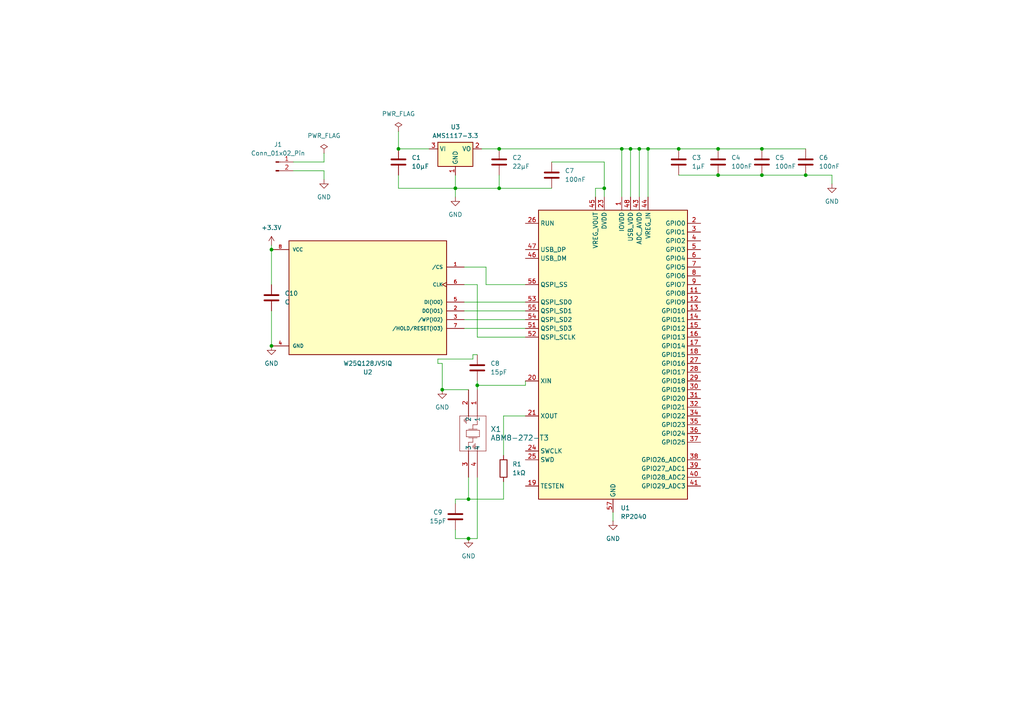
<source format=kicad_sch>
(kicad_sch (version 20231120) (generator "eeschema") (generator_version "8.0")
  (paper "A4")
  (lib_symbols
    (symbol "2024-08-22_16-18-00:ABM8-272-T3" (pin_names (offset 0.254))
      (property "Reference" "X" (at 12.7 7.62 0))
      (property "Value" "ABM8-272-T3" (at 12.7 5.08 0))
      (symbol "ABM8-272-T3_0_1"
        (polyline (pts (xy 7.62 -5.08) (xy 17.78 -5.08)) (stroke (width 0.127)))
        (polyline (pts (xy 7.62 -2.54) (xy 8.89 -2.54)) (stroke (width 0.127)))
        (polyline (pts (xy 7.62 2.54) (xy 7.62 -5.08)) (stroke (width 0.127)))
        (polyline (pts (xy 7.9375 -3.175) (xy 9.8425 -3.175)) (stroke (width 0.127)))
        (polyline (pts (xy 8.255 -3.4925) (xy 9.525 -3.4925)) (stroke (width 0.127)))
        (polyline (pts (xy 8.5725 -3.81) (xy 9.2075 -3.81)) (stroke (width 0.127)))
        (polyline (pts (xy 8.89 -2.54) (xy 8.89 -3.175)) (stroke (width 0.127)))
        (polyline (pts (xy 10.16 -1.27) (xy 10.16 0)) (stroke (width 0.127)))
        (polyline (pts (xy 10.16 0) (xy 7.62 0)) (stroke (width 0.127)))
        (polyline (pts (xy 11.43 -1.27) (xy 10.16 -1.27)) (stroke (width 0.127)))
        (polyline (pts (xy 11.43 0) (xy 11.43 -2.54)) (stroke (width 0.127)))
        (polyline (pts (xy 11.7475 -3.175) (xy 13.6525 -3.175)) (stroke (width 0.127)))
        (polyline (pts (xy 11.7475 0.635) (xy 11.7475 -3.175)) (stroke (width 0.127)))
        (polyline (pts (xy 13.6525 -3.175) (xy 13.6525 0.635)) (stroke (width 0.127)))
        (polyline (pts (xy 13.6525 0.635) (xy 11.7475 0.635)) (stroke (width 0.127)))
        (polyline (pts (xy 13.97 -1.27) (xy 15.24 -1.27)) (stroke (width 0.127)))
        (polyline (pts (xy 13.97 0) (xy 13.97 -2.54)) (stroke (width 0.127)))
        (polyline (pts (xy 15.24 -2.54) (xy 17.78 -2.54)) (stroke (width 0.127)))
        (polyline (pts (xy 15.24 -1.27) (xy 15.24 -2.54)) (stroke (width 0.127)))
        (polyline (pts (xy 16.51 0) (xy 16.51 -0.635)) (stroke (width 0.127)))
        (polyline (pts (xy 16.8275 -1.27) (xy 16.1925 -1.27)) (stroke (width 0.127)))
        (polyline (pts (xy 17.145 -0.9525) (xy 15.875 -0.9525)) (stroke (width 0.127)))
        (polyline (pts (xy 17.4625 -0.635) (xy 15.5575 -0.635)) (stroke (width 0.127)))
        (polyline (pts (xy 17.78 -5.08) (xy 17.78 2.54)) (stroke (width 0.127)))
        (polyline (pts (xy 17.78 0) (xy 16.51 0)) (stroke (width 0.127)))
        (polyline (pts (xy 17.78 2.54) (xy 7.62 2.54)) (stroke (width 0.127)))
        (pin unspecified line (at 0 0 0) (length 7.62) (name "1") (number "1"))
        (pin unspecified line (at 0 -2.54 0) (length 7.62) (name "2") (number "2"))
        (pin unspecified line (at 25.4 -2.54 180) (length 7.62) (name "3") (number "3"))
        (pin unspecified line (at 25.4 0 180) (length 7.62) (name "4") (number "4"))
      )
    )
    (symbol "Connector:Conn_01x02_Pin" (pin_names (offset 1.016) hide)
      (property "Reference" "J" (at 0 2.54 0))
      (property "Value" "Conn_01x02_Pin" (at 0 -5.08 0))
      (symbol "Conn_01x02_Pin_1_1"
        (polyline (pts (xy 1.27 -2.54) (xy 0.8636 -2.54)) (stroke (width 0.1524)))
        (polyline (pts (xy 1.27 0) (xy 0.8636 0)) (stroke (width 0.1524)))
        (rectangle (start 0.8636 -2.413) (end 0 -2.667) (stroke (width 0.1524)) (fill (type outline)))
        (rectangle (start 0.8636 0.127) (end 0 -0.127) (stroke (width 0.1524)) (fill (type outline)))
        (pin passive line (at 5.08 0 180) (length 3.81) (name "Pin_1") (number "1"))
        (pin passive line (at 5.08 -2.54 180) (length 3.81) (name "Pin_2") (number "2"))
      )
    )
    (symbol "Device:C" (pin_numbers hide) (pin_names (offset 0.254))
      (property "Reference" "C" (at 0.635 2.54 0))
      (property "Value" "C" (at 0.635 -2.54 0))
      (symbol "C_0_1"
        (polyline (pts (xy -2.032 -0.762) (xy 2.032 -0.762)) (stroke (width 0.508)))
        (polyline (pts (xy -2.032 0.762) (xy 2.032 0.762)) (stroke (width 0.508)))
      )
      (symbol "C_1_1"
        (pin passive line (at 0 3.81 270) (length 2.794) (name "~") (number "1"))
        (pin passive line (at 0 -3.81 90) (length 2.794) (name "~") (number "2"))
      )
    )
    (symbol "Device:R" (pin_numbers hide) (pin_names (offset 0))
      (property "Reference" "R" (at 2.032 0 90))
      (property "Value" "R" (at 0 0 90))
      (symbol "R_0_1"
        (rectangle (start -1.016 -2.54) (end 1.016 2.54) (stroke (width 0.254)))
      )
      (symbol "R_1_1"
        (pin passive line (at 0 3.81 270) (length 1.27) (name "~") (number "1"))
        (pin passive line (at 0 -3.81 90) (length 1.27) (name "~") (number "2"))
      )
    )
    (symbol "GND_1" (power) (pin_numbers hide) (pin_names (offset 0) hide)
      (property "Value" "GND" (at 0 -3.81 0))
      (symbol "GND_1_0_1"
        (polyline (pts (xy 0 0) (xy 0 -1.27) (xy 1.27 -1.27) (xy 0 -2.54) (xy -1.27 -1.27) (xy 0 -1.27)))
      )
      (symbol "GND_1_1_1"
        (pin power_in line (at 0 0 270) (length 0) (name "~") (number "1"))
      )
    )
    (symbol "MCU_RaspberryPi:RP2040"
      (property "Reference" "U" (at 17.78 45.72 0))
      (property "Value" "RP2040" (at 17.78 43.18 0))
      (symbol "RP2040_0_1"
        (rectangle (start -21.59 41.91) (end 21.59 -41.91) (stroke (width 0.254)) (fill (type background)))
      )
      (symbol "RP2040_1_1"
        (pin power_in line (at 2.54 45.72 270) (length 3.81) (name "IOVDD") (number "1"))
        (pin passive line (at 2.54 45.72 270) (length 3.81) hide (name "IOVDD") (number "10"))
        (pin bidirectional line (at 25.4 17.78 180) (length 3.81) (name "GPIO8") (number "11"))
        (pin bidirectional line (at 25.4 15.24 180) (length 3.81) (name "GPIO9") (number "12"))
        (pin bidirectional line (at 25.4 12.7 180) (length 3.81) (name "GPIO10") (number "13"))
        (pin bidirectional line (at 25.4 10.16 180) (length 3.81) (name "GPIO11") (number "14"))
        (pin bidirectional line (at 25.4 7.62 180) (length 3.81) (name "GPIO12") (number "15"))
        (pin bidirectional line (at 25.4 5.08 180) (length 3.81) (name "GPIO13") (number "16"))
        (pin bidirectional line (at 25.4 2.54 180) (length 3.81) (name "GPIO14") (number "17"))
        (pin bidirectional line (at 25.4 0 180) (length 3.81) (name "GPIO15") (number "18"))
        (pin input line (at -25.4 -38.1 0) (length 3.81) (name "TESTEN") (number "19"))
        (pin bidirectional line (at 25.4 38.1 180) (length 3.81) (name "GPIO0") (number "2"))
        (pin input line (at -25.4 -7.62 0) (length 3.81) (name "XIN") (number "20"))
        (pin passive line (at -25.4 -17.78 0) (length 3.81) (name "XOUT") (number "21"))
        (pin passive line (at 2.54 45.72 270) (length 3.81) hide (name "IOVDD") (number "22"))
        (pin power_in line (at -2.54 45.72 270) (length 3.81) (name "DVDD") (number "23"))
        (pin input line (at -25.4 -27.94 0) (length 3.81) (name "SWCLK") (number "24"))
        (pin bidirectional line (at -25.4 -30.48 0) (length 3.81) (name "SWD") (number "25"))
        (pin input line (at -25.4 38.1 0) (length 3.81) (name "RUN") (number "26"))
        (pin bidirectional line (at 25.4 -2.54 180) (length 3.81) (name "GPIO16") (number "27"))
        (pin bidirectional line (at 25.4 -5.08 180) (length 3.81) (name "GPIO17") (number "28"))
        (pin bidirectional line (at 25.4 -7.62 180) (length 3.81) (name "GPIO18") (number "29"))
        (pin bidirectional line (at 25.4 35.56 180) (length 3.81) (name "GPIO1") (number "3"))
        (pin bidirectional line (at 25.4 -10.16 180) (length 3.81) (name "GPIO19") (number "30"))
        (pin bidirectional line (at 25.4 -12.7 180) (length 3.81) (name "GPIO20") (number "31"))
        (pin bidirectional line (at 25.4 -15.24 180) (length 3.81) (name "GPIO21") (number "32"))
        (pin passive line (at 2.54 45.72 270) (length 3.81) hide (name "IOVDD") (number "33"))
        (pin bidirectional line (at 25.4 -17.78 180) (length 3.81) (name "GPIO22") (number "34"))
        (pin bidirectional line (at 25.4 -20.32 180) (length 3.81) (name "GPIO23") (number "35"))
        (pin bidirectional line (at 25.4 -22.86 180) (length 3.81) (name "GPIO24") (number "36"))
        (pin bidirectional line (at 25.4 -25.4 180) (length 3.81) (name "GPIO25") (number "37"))
        (pin bidirectional line (at 25.4 -30.48 180) (length 3.81) (name "GPIO26_ADC0") (number "38"))
        (pin bidirectional line (at 25.4 -33.02 180) (length 3.81) (name "GPIO27_ADC1") (number "39"))
        (pin bidirectional line (at 25.4 33.02 180) (length 3.81) (name "GPIO2") (number "4"))
        (pin bidirectional line (at 25.4 -35.56 180) (length 3.81) (name "GPIO28_ADC2") (number "40"))
        (pin bidirectional line (at 25.4 -38.1 180) (length 3.81) (name "GPIO29_ADC3") (number "41"))
        (pin passive line (at 2.54 45.72 270) (length 3.81) hide (name "IOVDD") (number "42"))
        (pin power_in line (at 7.62 45.72 270) (length 3.81) (name "ADC_AVDD") (number "43"))
        (pin power_in line (at 10.16 45.72 270) (length 3.81) (name "VREG_IN") (number "44"))
        (pin power_out line (at -5.08 45.72 270) (length 3.81) (name "VREG_VOUT") (number "45"))
        (pin bidirectional line (at -25.4 27.94 0) (length 3.81) (name "USB_DM") (number "46"))
        (pin bidirectional line (at -25.4 30.48 0) (length 3.81) (name "USB_DP") (number "47"))
        (pin power_in line (at 5.08 45.72 270) (length 3.81) (name "USB_VDD") (number "48"))
        (pin passive line (at 2.54 45.72 270) (length 3.81) hide (name "IOVDD") (number "49"))
        (pin bidirectional line (at 25.4 30.48 180) (length 3.81) (name "GPIO3") (number "5"))
        (pin passive line (at -2.54 45.72 270) (length 3.81) hide (name "DVDD") (number "50"))
        (pin bidirectional line (at -25.4 7.62 0) (length 3.81) (name "QSPI_SD3") (number "51"))
        (pin output line (at -25.4 5.08 0) (length 3.81) (name "QSPI_SCLK") (number "52"))
        (pin bidirectional line (at -25.4 15.24 0) (length 3.81) (name "QSPI_SD0") (number "53"))
        (pin bidirectional line (at -25.4 10.16 0) (length 3.81) (name "QSPI_SD2") (number "54"))
        (pin bidirectional line (at -25.4 12.7 0) (length 3.81) (name "QSPI_SD1") (number "55"))
        (pin bidirectional line (at -25.4 20.32 0) (length 3.81) (name "QSPI_SS") (number "56"))
        (pin power_in line (at 0 -45.72 90) (length 3.81) (name "GND") (number "57"))
        (pin bidirectional line (at 25.4 27.94 180) (length 3.81) (name "GPIO4") (number "6"))
        (pin bidirectional line (at 25.4 25.4 180) (length 3.81) (name "GPIO5") (number "7"))
        (pin bidirectional line (at 25.4 22.86 180) (length 3.81) (name "GPIO6") (number "8"))
        (pin bidirectional line (at 25.4 20.32 180) (length 3.81) (name "GPIO7") (number "9"))
      )
    )
    (symbol "Regulator_Linear:AMS1117-3.3"
      (property "Reference" "U" (at -3.81 3.175 0))
      (property "Value" "AMS1117-3.3" (at 0 3.175 0))
      (symbol "AMS1117-3.3_0_1"
        (rectangle (start -5.08 -5.08) (end 5.08 1.905) (stroke (width 0.254)) (fill (type background)))
      )
      (symbol "AMS1117-3.3_1_1"
        (pin power_in line (at 0 -7.62 90) (length 2.54) (name "GND") (number "1"))
        (pin power_out line (at 7.62 0 180) (length 2.54) (name "VO") (number "2"))
        (pin power_in line (at -7.62 0 0) (length 2.54) (name "VI") (number "3"))
      )
    )
    (symbol "W25Q128JVSIQ:W25Q128JVSIQ" (pin_names (offset 1.016))
      (property "Reference" "U" (at -22.86 16.002 0))
      (property "Value" "W25Q128JVSIQ" (at -22.86 -20.32 0))
      (symbol "W25Q128JVSIQ_0_0"
        (rectangle (start -22.86 -17.78) (end 22.86 15.24) (stroke (width 0.254)) (fill (type background)))
        (pin input line (at -27.94 7.62 0) (length 5.08) (name "/CS") (number "1"))
        (pin bidirectional line (at -27.94 -5.08 0) (length 5.08) (name "DO(IO1)") (number "2"))
        (pin bidirectional line (at -27.94 -7.62 0) (length 5.08) (name "/WP(IO2)") (number "3"))
        (pin power_in line (at 27.94 -15.24 180) (length 5.08) (name "GND") (number "4"))
        (pin bidirectional line (at -27.94 -2.54 0) (length 5.08) (name "DI(IO0)") (number "5"))
        (pin input clock (at -27.94 2.54 0) (length 5.08) (name "CLK") (number "6"))
        (pin bidirectional line (at -27.94 -10.16 0) (length 5.08) (name "/HOLD/RESET(IO3)") (number "7"))
        (pin power_in line (at 27.94 12.7 180) (length 5.08) (name "VCC") (number "8"))
      )
    )
    (symbol "power:+3.3V" (power) (pin_names (offset 0))
      (property "Value" "+3.3V" (at 0 3.556 0))
      (symbol "+3.3V_0_1"
        (polyline (pts (xy -0.762 1.27) (xy 0 2.54)))
        (polyline (pts (xy 0 0) (xy 0 2.54)))
        (polyline (pts (xy 0 2.54) (xy 0.762 1.27)))
      )
      (symbol "+3.3V_1_1"
        (pin power_in line (at 0 0 90) (length 0) hide (name "+3.3V") (number "1"))
      )
    )
    (symbol "power:GND" (power) (pin_names (offset 0))
      (property "Value" "GND" (at 0 -3.81 0))
      (symbol "GND_0_1"
        (polyline (pts (xy 0 0) (xy 0 -1.27) (xy 1.27 -1.27) (xy 0 -2.54) (xy -1.27 -1.27) (xy 0 -1.27)))
      )
      (symbol "GND_1_1"
        (pin power_in line (at 0 0 270) (length 0) hide (name "GND") (number "1"))
      )
    )
    (symbol "power:PWR_FLAG" (power) (pin_numbers hide) (pin_names (offset 0) hide)
      (property "Value" "PWR_FLAG" (at 0 3.81 0))
      (symbol "PWR_FLAG_0_0"
        (pin power_out line (at 0 0 90) (length 0) (name "pwr") (number "1"))
      )
      (symbol "PWR_FLAG_0_1"
        (polyline (pts (xy 0 0) (xy 0 1.27) (xy -1.016 1.905) (xy 0 2.54) (xy 1.016 1.905) (xy 0 1.27)))
      )
    )
  )
  (junction (at 233.68 50.8))
  (junction (at 220.98 50.8))
  (junction (at 208.28 43.18))
  (junction (at 144.78 43.18))
  (junction (at 182.88 43.18))
  (junction (at 132.08 54.61))
  (junction (at 187.96 43.18))
  (junction (at 78.74 72.39))
  (junction (at 144.78 54.61))
  (junction (at 135.89 144.78))
  (junction (at 175.26 54.61))
  (junction (at 196.85 43.18))
  (junction (at 220.98 43.18))
  (junction (at 180.34 43.18))
  (junction (at 115.57 43.18))
  (junction (at 128.27 113.03))
  (junction (at 78.74 100.33))
  (junction (at 185.42 43.18))
  (junction (at 208.28 50.8))
  (junction (at 138.43 111.76))
  (junction (at 135.89 156.21))
  (wire (pts (xy 138.43 138.43) (xy 138.43 156.21)))
  (wire (pts (xy 78.74 72.39) (xy 78.74 82.55)))
  (wire (pts (xy 182.88 43.18) (xy 182.88 57.15)))
  (wire (pts (xy 132.08 144.78) (xy 135.89 144.78)))
  (wire (pts (xy 127 105.41) (xy 128.27 105.41)))
  (wire (pts (xy 172.72 54.61) (xy 175.26 54.61)))
  (wire (pts (xy 115.57 54.61) (xy 132.08 54.61)))
  (wire (pts (xy 138.43 97.79) (xy 152.4 97.79)))
  (wire (pts (xy 146.05 144.78) (xy 135.89 144.78)))
  (wire (pts (xy 137.16 102.87) (xy 137.16 104.14)))
  (wire (pts (xy 93.98 44.45) (xy 93.98 46.99)))
  (wire (pts (xy 140.97 82.55) (xy 140.97 77.47)))
  (wire (pts (xy 132.08 156.21) (xy 135.89 156.21)))
  (wire (pts (xy 146.05 120.65) (xy 146.05 132.08)))
  (wire (pts (xy 220.98 50.8) (xy 208.28 50.8)))
  (wire (pts (xy 152.4 111.76) (xy 152.4 110.49)))
  (wire (pts (xy 78.74 71.12) (xy 78.74 72.39)))
  (wire (pts (xy 144.78 54.61) (xy 132.08 54.61)))
  (wire (pts (xy 144.78 54.61) (xy 160.02 54.61)))
  (wire (pts (xy 132.08 144.78) (xy 132.08 146.05)))
  (wire (pts (xy 93.98 49.53) (xy 93.98 52.07)))
  (wire (pts (xy 128.27 113.03) (xy 135.89 113.03)))
  (wire (pts (xy 138.43 111.76) (xy 152.4 111.76)))
  (wire (pts (xy 175.26 46.99) (xy 175.26 54.61)))
  (wire (pts (xy 115.57 50.8) (xy 115.57 54.61)))
  (wire (pts (xy 137.16 102.87) (xy 138.43 102.87)))
  (wire (pts (xy 134.62 95.25) (xy 152.4 95.25)))
  (wire (pts (xy 140.97 77.47) (xy 134.62 77.47)))
  (wire (pts (xy 160.02 46.99) (xy 175.26 46.99)))
  (wire (pts (xy 138.43 156.21) (xy 135.89 156.21)))
  (wire (pts (xy 187.96 43.18) (xy 196.85 43.18)))
  (wire (pts (xy 134.62 82.55) (xy 138.43 82.55)))
  (wire (pts (xy 132.08 153.67) (xy 132.08 156.21)))
  (wire (pts (xy 220.98 43.18) (xy 233.68 43.18)))
  (wire (pts (xy 177.8 148.59) (xy 177.8 151.13)))
  (wire (pts (xy 152.4 82.55) (xy 140.97 82.55)))
  (wire (pts (xy 137.16 104.14) (xy 127 104.14)))
  (wire (pts (xy 208.28 43.18) (xy 220.98 43.18)))
  (wire (pts (xy 138.43 82.55) (xy 138.43 97.79)))
  (wire (pts (xy 127 104.14) (xy 127 105.41)))
  (wire (pts (xy 196.85 43.18) (xy 208.28 43.18)))
  (wire (pts (xy 187.96 43.18) (xy 187.96 57.15)))
  (wire (pts (xy 172.72 57.15) (xy 172.72 54.61)))
  (wire (pts (xy 132.08 54.61) (xy 132.08 57.15)))
  (wire (pts (xy 134.62 92.71) (xy 152.4 92.71)))
  (wire (pts (xy 146.05 139.7) (xy 146.05 144.78)))
  (wire (pts (xy 182.88 43.18) (xy 180.34 43.18)))
  (wire (pts (xy 180.34 43.18) (xy 180.34 57.15)))
  (wire (pts (xy 134.62 87.63) (xy 152.4 87.63)))
  (wire (pts (xy 233.68 50.8) (xy 220.98 50.8)))
  (wire (pts (xy 185.42 43.18) (xy 182.88 43.18)))
  (wire (pts (xy 233.68 50.8) (xy 241.3 50.8)))
  (wire (pts (xy 144.78 43.18) (xy 180.34 43.18)))
  (wire (pts (xy 138.43 110.49) (xy 138.43 111.76)))
  (wire (pts (xy 134.62 90.17) (xy 152.4 90.17)))
  (wire (pts (xy 85.09 49.53) (xy 93.98 49.53)))
  (wire (pts (xy 208.28 50.8) (xy 196.85 50.8)))
  (wire (pts (xy 185.42 43.18) (xy 185.42 57.15)))
  (wire (pts (xy 187.96 43.18) (xy 185.42 43.18)))
  (wire (pts (xy 139.7 43.18) (xy 144.78 43.18)))
  (wire (pts (xy 241.3 53.34) (xy 241.3 50.8)))
  (wire (pts (xy 128.27 105.41) (xy 128.27 113.03)))
  (wire (pts (xy 115.57 38.1) (xy 115.57 43.18)))
  (wire (pts (xy 146.05 120.65) (xy 152.4 120.65)))
  (wire (pts (xy 135.89 138.43) (xy 135.89 144.78)))
  (wire (pts (xy 132.08 50.8) (xy 132.08 54.61)))
  (wire (pts (xy 138.43 111.76) (xy 138.43 113.03)))
  (wire (pts (xy 175.26 54.61) (xy 175.26 57.15)))
  (wire (pts (xy 115.57 43.18) (xy 124.46 43.18)))
  (wire (pts (xy 78.74 90.17) (xy 78.74 100.33)))
  (wire (pts (xy 144.78 50.8) (xy 144.78 54.61)))
  (wire (pts (xy 93.98 46.99) (xy 85.09 46.99)))
  (symbol (lib_id "Device:C") (at 132.08 149.86 180) (unit 1)
    (property "Reference" "C9" (at 127 148.59 0))
    (property "Value" "15pF" (at 127 151.13 0))
  )
  (symbol (lib_id "power:GND") (at 93.98 52.07 0) (unit 1)
    (property "Reference" "#PWR02" (effects (hide yes)))
    (property "Value" "GND" (at 93.98 57.15 0))
  )
  (symbol (lib_id "Device:C") (at 160.02 50.8 0) (unit 1)
    (property "Reference" "C7" (at 163.83 49.53 0) (effects (justify left)))
    (property "Value" "100nF" (at 163.83 52.07 0) (effects (justify left)))
  )
  (symbol (lib_name "GND_1") (lib_id "power:GND") (at 128.27 113.03 0) (unit 1)
    (property "Reference" "#PWR05" (effects (hide yes)))
    (property "Value" "GND" (at 128.27 118.11 0))
    (property "Description" "Power symbol creates a global label with name \"GND\" , ground" (effects (hide yes)))
  )
  (symbol (lib_name "GND_1") (lib_id "power:GND") (at 78.74 100.33 0) (unit 1)
    (property "Reference" "#PWR08" (effects (hide yes)))
    (property "Value" "GND" (at 78.74 105.41 0))
    (property "Description" "Power symbol creates a global label with name \"GND\" , ground" (effects (hide yes)))
  )
  (symbol (lib_id "power:PWR_FLAG") (at 115.57 38.1 0) (unit 1)
    (property "Reference" "#FLG01" (effects (hide yes)))
    (property "Value" "PWR_FLAG" (at 115.57 33.02 0))
  )
  (symbol (lib_id "Connector:Conn_01x02_Pin") (at 80.01 46.99 0) (unit 1)
    (property "Reference" "J1" (at 80.645 41.91 0))
    (property "Value" "Conn_01x02_Pin" (at 80.645 44.45 0))
  )
  (symbol (lib_name "GND_1") (lib_id "power:GND") (at 177.8 151.13 0) (unit 1)
    (property "Reference" "#PWR07" (effects (hide yes)))
    (property "Value" "GND" (at 177.8 156.21 0))
    (property "Description" "Power symbol creates a global label with name \"GND\" , ground" (effects (hide yes)))
  )
  (symbol (lib_id "W25Q128JVSIQ:W25Q128JVSIQ") (at 106.68 85.09 0) (mirror y) (unit 1)
    (property "Reference" "U2" (at 106.68 107.95 0))
    (property "Value" "W25Q128JVSIQ" (at 106.68 105.41 0))
    (property "Footprint" "W25Q128JVSIQ:SOIC127P790X216-8N" (effects (hide yes)))
    (property "Description" "\nFLASH - NOR Memory IC 128Mb (16M x 8) SPI - Quad I/O, QPI, DTR 133 MHz 8-SOIC\n" (effects (hide yes)))
    (property "MF" "Winbond Electronics" (effects (hide yes)))
    (property "MAXIMUM_PACKAGE_HEIGHT" "2.16 mm" (effects (hide yes)))
    (property "Package" "SOIC-8 Winbond Electronics" (effects (hide yes)))
    (property "Price" "None" (effects (hide yes)))
    (property "Check_prices" "https://www.snapeda.com/parts/W25Q128JVSIQ/Winbond+Electronics/view-part/?ref=eda" (effects (hide yes)))
    (property "STANDARD" "IPC-7351B" (effects (hide yes)))
    (property "PARTREV" "I" (effects (hide yes)))
    (property "SnapEDA_Link" "https://www.snapeda.com/parts/W25Q128JVSIQ/Winbond+Electronics/view-part/?ref=snap" (effects (hide yes)))
    (property "MP" "W25Q128JVSIQ" (effects (hide yes)))
    (property "Purchase-URL" "https://www.snapeda.com/api/url_track_click_mouser/?unipart_id=1054022&manufacturer=Winbond Electronics&part_name=W25Q128JVSIQ&search_term=None" (effects (hide yes)))
    (property "Availability" "In Stock" (effects (hide yes)))
    (property "MANUFACTURER" "Winbond Electronics" (effects (hide yes)))
  )
  (symbol (lib_id "Device:C") (at 233.68 46.99 0) (unit 1)
    (property "Reference" "C6" (at 237.49 45.72 0) (effects (justify left)))
    (property "Value" "100nF" (at 237.49 48.26 0) (effects (justify left)))
  )
  (symbol (lib_id "power:GND") (at 241.3 53.34 0) (unit 1)
    (property "Reference" "#PWR03" (effects (hide yes)))
    (property "Value" "GND" (at 241.3 58.42 0))
  )
  (symbol (lib_id "Device:C") (at 208.28 46.99 0) (unit 1)
    (property "Reference" "C4" (at 212.09 45.72 0) (effects (justify left)))
    (property "Value" "100nF" (at 212.09 48.26 0) (effects (justify left)))
  )
  (symbol (lib_id "2024-08-22_16-18-00:ABM8-272-T3") (at 138.43 113.03 270) (unit 1)
    (property "Reference" "X1" (at 142.24 124.46 90) (effects (font (size 1.524 1.524)) (justify left)))
    (property "Value" "ABM8-272-T3" (at 142.24 127 90) (effects (font (size 1.524 1.524)) (justify left)))
    (property "Footprint" "ABM8-272-T3_ABR" (effects (hide yes)))
    (property "Datasheet" "ABM8-272-T3" (effects (hide yes)))
  )
  (symbol (lib_id "Device:C") (at 144.78 46.99 0) (unit 1)
    (property "Reference" "C2" (at 148.59 45.72 0) (effects (justify left)))
    (property "Value" "22µF" (at 148.59 48.26 0) (effects (justify left)))
  )
  (symbol (lib_id "Regulator_Linear:AMS1117-3.3") (at 132.08 43.18 0) (unit 1)
    (property "Reference" "U3" (at 132.08 36.83 0))
    (property "Value" "AMS1117-3.3" (at 132.08 39.37 0))
    (property "Footprint" "Package_TO_SOT_SMD:SOT-223-3_TabPin2" (effects (hide yes)))
    (property "Datasheet" "http://www.advanced-monolithic.com/pdf/ds1117.pdf" (effects (hide yes)))
  )
  (symbol (lib_id "power:+3.3V") (at 78.74 71.12 0) (unit 1)
    (property "Reference" "#PWR06" (effects (hide yes)))
    (property "Value" "+3.3V" (at 78.74 66.04 0))
  )
  (symbol (lib_id "power:GND") (at 135.89 156.21 0) (unit 1)
    (property "Reference" "#PWR04" (effects (hide yes)))
    (property "Value" "GND" (at 135.89 161.29 0))
  )
  (symbol (lib_id "power:PWR_FLAG") (at 93.98 44.45 0) (unit 1)
    (property "Reference" "#FLG02" (effects (hide yes)))
    (property "Value" "PWR_FLAG" (at 93.98 39.37 0))
  )
  (symbol (lib_id "Device:R") (at 146.05 135.89 0) (unit 1)
    (property "Reference" "R1" (at 148.59 134.62 0) (effects (justify left)))
    (property "Value" "1kΩ" (at 148.59 137.16 0) (effects (justify left)))
  )
  (symbol (lib_id "MCU_RaspberryPi:RP2040") (at 177.8 102.87 0) (unit 1)
    (property "Reference" "U1" (at 179.9941 147.32 0) (effects (justify left)))
    (property "Value" "RP2040" (at 179.9941 149.86 0) (effects (justify left)))
    (property "Footprint" "Package_DFN_QFN:QFN-56-1EP_7x7mm_P0.4mm_EP3.2x3.2mm" (effects (hide yes)))
    (property "Datasheet" "https://datasheets.raspberrypi.com/rp2040/rp2040-datasheet.pdf" (effects (hide yes)))
  )
  (symbol (lib_id "Device:C") (at 138.43 106.68 180) (unit 1)
    (property "Reference" "C8" (at 142.24 105.41 0) (effects (justify right)))
    (property "Value" "15pF" (at 142.24 107.95 0) (effects (justify right)))
  )
  (symbol (lib_id "power:GND") (at 132.08 57.15 0) (unit 1)
    (property "Reference" "#PWR01" (effects (hide yes)))
    (property "Value" "GND" (at 132.08 62.23 0))
  )
  (symbol (lib_id "Device:C") (at 78.74 86.36 0) (unit 1)
    (property "Reference" "C10" (at 82.55 85.0899 0) (effects (justify left)))
    (property "Value" "C" (at 82.55 87.6299 0) (effects (justify left)))
    (property "Description" "Unpolarized capacitor" (effects (hide yes)))
  )
  (symbol (lib_id "Device:C") (at 196.85 46.99 0) (unit 1)
    (property "Reference" "C3" (at 200.66 45.72 0) (effects (justify left)))
    (property "Value" "1µF" (at 200.66 48.26 0) (effects (justify left)))
  )
  (symbol (lib_id "Device:C") (at 220.98 46.99 0) (unit 1)
    (property "Reference" "C5" (at 224.79 45.72 0) (effects (justify left)))
    (property "Value" "100nF" (at 224.79 48.26 0) (effects (justify left)))
  )
  (symbol (lib_id "Device:C") (at 115.57 46.99 0) (unit 1)
    (property "Reference" "C1" (at 119.38 45.72 0) (effects (justify left)))
    (property "Value" "10µF" (at 119.38 48.26 0) (effects (justify left)))
  )
)
</source>
